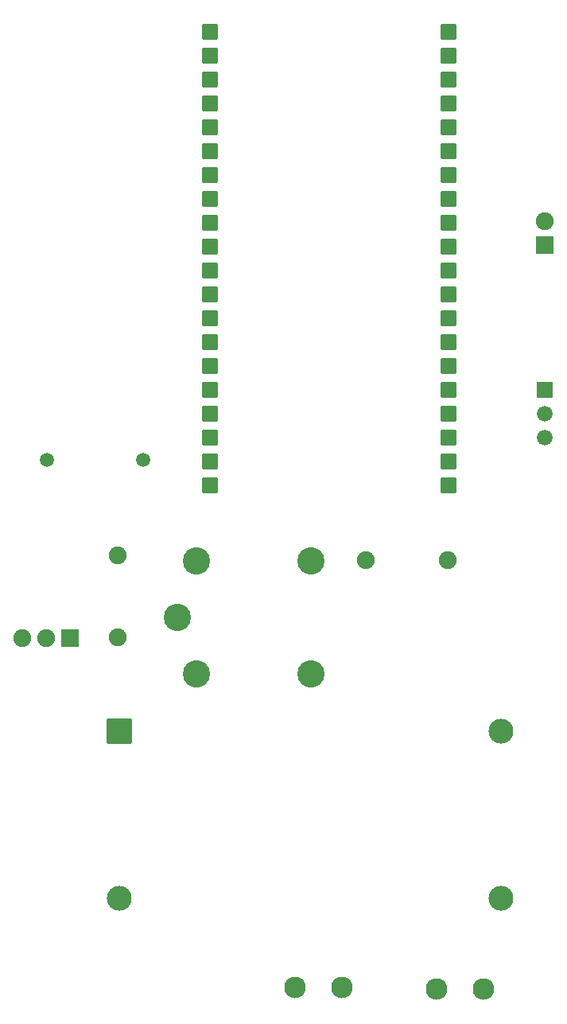
<source format=gbs>
G04 Layer: BottomSolderMaskLayer*
G04 EasyEDA v6.5.51, 2026-01-08 00:26:36*
G04 20534f1d5e454c7f8422adcd5164db7c,ce41bef9852f4de9b562203a7e9bab9e,10*
G04 Gerber Generator version 0.2*
G04 Scale: 100 percent, Rotated: No, Reflected: No *
G04 Dimensions in millimeters *
G04 leading zeros omitted , absolute positions ,4 integer and 5 decimal *
%FSLAX45Y45*%
%MOMM*%

%AMMACRO1*4,1,8,-0.921,-0.9507,-0.9507,-0.9207,-0.9507,0.921,-0.921,0.9507,0.9207,0.9507,0.9507,0.921,0.9507,-0.9207,0.9207,-0.9507,-0.921,-0.9507,0*%
%AMMACRO2*4,1,8,-0.8085,-0.8382,-0.8382,-0.8082,-0.8382,0.8085,-0.8085,0.8382,0.8082,0.8382,0.8382,0.8085,0.8382,-0.8082,0.8082,-0.8382,-0.8085,-0.8382,0*%
%AMMACRO3*4,1,8,-1.2911,-1.3208,-1.3208,-1.2908,-1.3208,1.2911,-1.2911,1.3208,1.2908,1.3208,1.3208,1.2911,1.3208,-1.2908,1.2908,-1.3208,-1.2911,-1.3208,0*%
%AMMACRO4*4,1,8,-0.7831,-0.8128,-0.8128,-0.7828,-0.8128,0.7831,-0.7831,0.8128,0.7828,0.8128,0.8128,0.7831,0.8128,-0.7828,0.7828,-0.8128,-0.7831,-0.8128,0*%
%ADD10C,1.9016*%
%ADD11MACRO1*%
%ADD12C,2.3000*%
%ADD13C,1.6764*%
%ADD14MACRO2*%
%ADD15C,1.5016*%
%ADD16C,0.0162*%
%ADD17C,2.8956*%
%ADD18MACRO3*%
%ADD19C,2.6416*%
%ADD20MACRO4*%

%LPD*%
D10*
G01*
X1435100Y-6835800D03*
G01*
X1435100Y-5965799D03*
G01*
X4943500Y-6019800D03*
G01*
X4073499Y-6019800D03*
G01*
X5981700Y-2413000D03*
D11*
G01*
X5981700Y-2667000D03*
D12*
G01*
X4830000Y-10579100D03*
G01*
X5329999Y-10579100D03*
G01*
X3318700Y-10566400D03*
G01*
X3818699Y-10566400D03*
D13*
G01*
X5981700Y-4711700D03*
G01*
X5981700Y-4457700D03*
D14*
G01*
X5981700Y-4203700D03*
D11*
G01*
X927100Y-6845300D03*
D10*
G01*
X673100Y-6845300D03*
G01*
X419100Y-6845300D03*
D15*
G01*
X683793Y-4953000D03*
G01*
X1703806Y-4953000D03*
D17*
G01*
X3491306Y-7229347D03*
G01*
X2071293Y-6629400D03*
G01*
X2271293Y-6029401D03*
G01*
X2271293Y-7229398D03*
G01*
X3491306Y-6029452D03*
D18*
G01*
X1447800Y-7835900D03*
D19*
G01*
X1447800Y-9613900D03*
G01*
X5511800Y-9613900D03*
G01*
X5511800Y-7835900D03*
D20*
G01*
X2413000Y-393700D03*
G01*
X2413000Y-647700D03*
G01*
X2413000Y-901700D03*
G01*
X2413000Y-1155700D03*
G01*
X2413000Y-1409700D03*
G01*
X2413000Y-1663700D03*
G01*
X2413000Y-1917700D03*
G01*
X2413000Y-2171700D03*
G01*
X2413000Y-2425700D03*
G01*
X2413000Y-2679700D03*
G01*
X2413000Y-2933700D03*
G01*
X2413000Y-3187700D03*
G01*
X2413000Y-3441700D03*
G01*
X2413000Y-3695700D03*
G01*
X2413000Y-3949700D03*
G01*
X2413000Y-4203700D03*
G01*
X2413000Y-4457700D03*
G01*
X2413000Y-4711700D03*
G01*
X2413000Y-4965700D03*
G01*
X2413000Y-5219700D03*
G01*
X4953000Y-5219700D03*
G01*
X4953000Y-4965700D03*
G01*
X4953000Y-4711700D03*
G01*
X4953000Y-4457700D03*
G01*
X4953000Y-4203700D03*
G01*
X4953000Y-3949700D03*
G01*
X4953000Y-3695700D03*
G01*
X4953000Y-3441700D03*
G01*
X4953000Y-3187700D03*
G01*
X4953000Y-2933700D03*
G01*
X4953000Y-2679700D03*
G01*
X4953000Y-2425700D03*
G01*
X4953000Y-2171700D03*
G01*
X4953000Y-1917700D03*
G01*
X4953000Y-1663700D03*
G01*
X4953000Y-1409700D03*
G01*
X4953000Y-1155700D03*
G01*
X4953000Y-901700D03*
G01*
X4953000Y-647700D03*
G01*
X4953000Y-393700D03*
M02*

</source>
